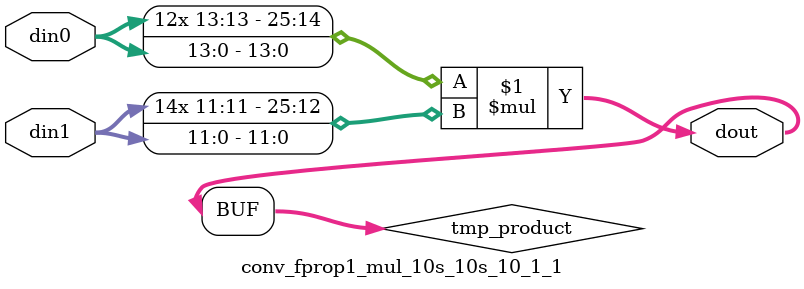
<source format=v>

`timescale 1 ns / 1 ps

 module conv_fprop1_mul_10s_10s_10_1_1(din0, din1, dout);
parameter ID = 1;
parameter NUM_STAGE = 0;
parameter din0_WIDTH = 14;
parameter din1_WIDTH = 12;
parameter dout_WIDTH = 26;

input [din0_WIDTH - 1 : 0] din0; 
input [din1_WIDTH - 1 : 0] din1; 
output [dout_WIDTH - 1 : 0] dout;

wire signed [dout_WIDTH - 1 : 0] tmp_product;



























assign tmp_product = $signed(din0) * $signed(din1);








assign dout = tmp_product;





















endmodule

</source>
